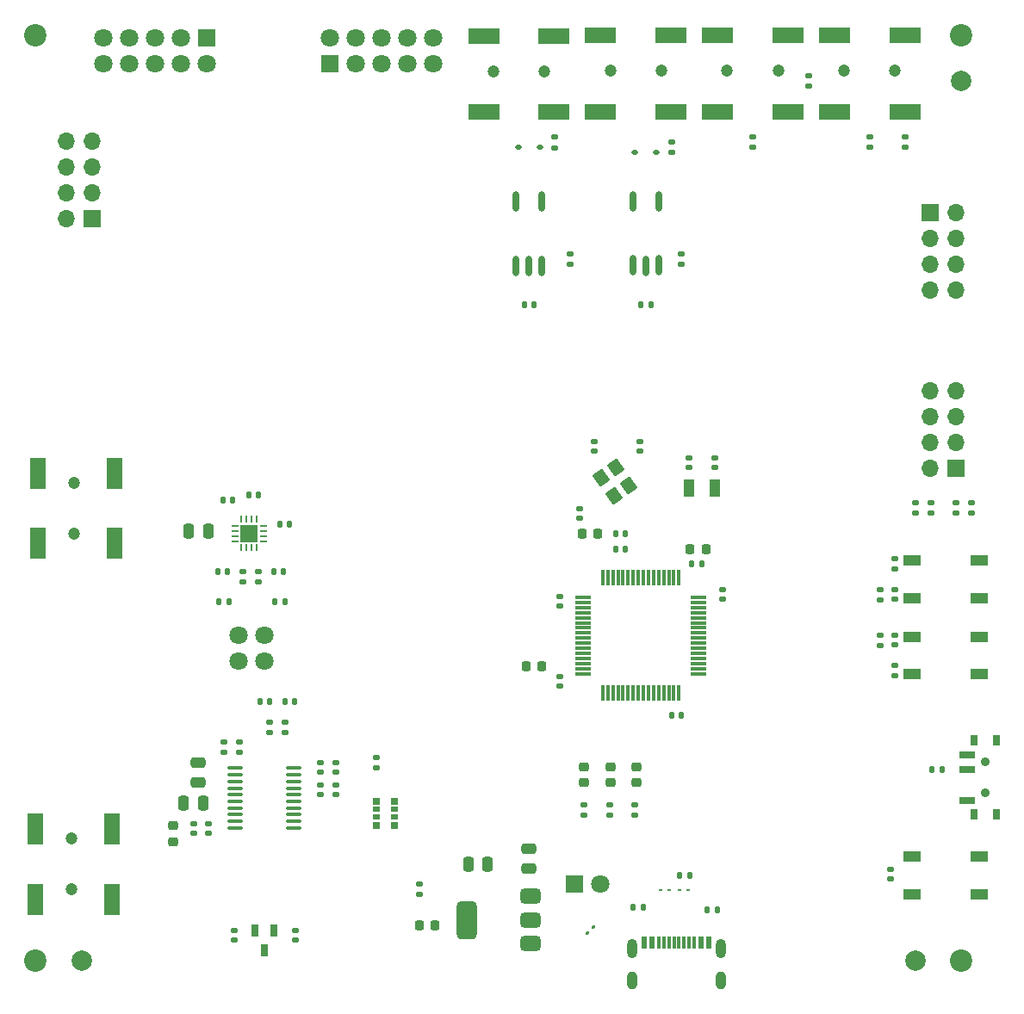
<source format=gts>
G04 #@! TF.GenerationSoftware,KiCad,Pcbnew,8.0.5*
G04 #@! TF.CreationDate,2024-12-21T22:20:06-05:00*
G04 #@! TF.ProjectId,stm-midi-poc1,73746d2d-6d69-4646-992d-706f63312e6b,1*
G04 #@! TF.SameCoordinates,Original*
G04 #@! TF.FileFunction,Soldermask,Top*
G04 #@! TF.FilePolarity,Negative*
%FSLAX46Y46*%
G04 Gerber Fmt 4.6, Leading zero omitted, Abs format (unit mm)*
G04 Created by KiCad (PCBNEW 8.0.5) date 2024-12-21 22:20:06*
%MOMM*%
%LPD*%
G01*
G04 APERTURE LIST*
G04 Aperture macros list*
%AMRoundRect*
0 Rectangle with rounded corners*
0 $1 Rounding radius*
0 $2 $3 $4 $5 $6 $7 $8 $9 X,Y pos of 4 corners*
0 Add a 4 corners polygon primitive as box body*
4,1,4,$2,$3,$4,$5,$6,$7,$8,$9,$2,$3,0*
0 Add four circle primitives for the rounded corners*
1,1,$1+$1,$2,$3*
1,1,$1+$1,$4,$5*
1,1,$1+$1,$6,$7*
1,1,$1+$1,$8,$9*
0 Add four rect primitives between the rounded corners*
20,1,$1+$1,$2,$3,$4,$5,0*
20,1,$1+$1,$4,$5,$6,$7,0*
20,1,$1+$1,$6,$7,$8,$9,0*
20,1,$1+$1,$8,$9,$2,$3,0*%
%AMRotRect*
0 Rectangle, with rotation*
0 The origin of the aperture is its center*
0 $1 length*
0 $2 width*
0 $3 Rotation angle, in degrees counterclockwise*
0 Add horizontal line*
21,1,$1,$2,0,0,$3*%
G04 Aperture macros list end*
%ADD10C,1.800000*%
%ADD11RoundRect,0.075000X-0.075000X0.700000X-0.075000X-0.700000X0.075000X-0.700000X0.075000X0.700000X0*%
%ADD12RoundRect,0.075000X-0.700000X0.075000X-0.700000X-0.075000X0.700000X-0.075000X0.700000X0.075000X0*%
%ADD13RoundRect,0.140000X0.170000X-0.140000X0.170000X0.140000X-0.170000X0.140000X-0.170000X-0.140000X0*%
%ADD14C,1.200000*%
%ADD15R,3.100000X1.500000*%
%ADD16RoundRect,0.225000X-0.250000X0.225000X-0.250000X-0.225000X0.250000X-0.225000X0.250000X0.225000X0*%
%ADD17RoundRect,0.135000X-0.185000X0.135000X-0.185000X-0.135000X0.185000X-0.135000X0.185000X0.135000X0*%
%ADD18RoundRect,0.140000X0.140000X0.170000X-0.140000X0.170000X-0.140000X-0.170000X0.140000X-0.170000X0*%
%ADD19R,1.700000X1.000000*%
%ADD20R,1.700000X1.700000*%
%ADD21O,1.700000X1.700000*%
%ADD22RoundRect,0.100000X-0.637500X-0.100000X0.637500X-0.100000X0.637500X0.100000X-0.637500X0.100000X0*%
%ADD23RoundRect,0.135000X0.185000X-0.135000X0.185000X0.135000X-0.185000X0.135000X-0.185000X-0.135000X0*%
%ADD24R,0.700000X1.250000*%
%ADD25RoundRect,0.140000X-0.140000X-0.170000X0.140000X-0.170000X0.140000X0.170000X-0.140000X0.170000X0*%
%ADD26RoundRect,0.140000X-0.170000X0.140000X-0.170000X-0.140000X0.170000X-0.140000X0.170000X0.140000X0*%
%ADD27RoundRect,0.062500X0.117500X0.062500X-0.117500X0.062500X-0.117500X-0.062500X0.117500X-0.062500X0*%
%ADD28RoundRect,0.250000X-0.250000X-0.475000X0.250000X-0.475000X0.250000X0.475000X-0.250000X0.475000X0*%
%ADD29RoundRect,0.218750X0.256250X-0.218750X0.256250X0.218750X-0.256250X0.218750X-0.256250X-0.218750X0*%
%ADD30RoundRect,0.218750X0.218750X0.256250X-0.218750X0.256250X-0.218750X-0.256250X0.218750X-0.256250X0*%
%ADD31RotRect,1.400000X1.200000X125.000000*%
%ADD32R,1.800000X1.800000*%
%ADD33R,1.000000X1.800000*%
%ADD34R,0.800000X1.000000*%
%ADD35C,0.900000*%
%ADD36R,1.500000X0.700000*%
%ADD37R,1.500000X3.100000*%
%ADD38RoundRect,0.225000X0.225000X0.250000X-0.225000X0.250000X-0.225000X-0.250000X0.225000X-0.250000X0*%
%ADD39R,0.280000X0.660000*%
%ADD40R,0.660000X0.280000*%
%ADD41R,1.750000X1.750000*%
%ADD42C,2.200000*%
%ADD43RoundRect,0.135000X0.135000X0.185000X-0.135000X0.185000X-0.135000X-0.185000X0.135000X-0.185000X0*%
%ADD44RoundRect,0.135000X-0.135000X-0.185000X0.135000X-0.185000X0.135000X0.185000X-0.135000X0.185000X0*%
%ADD45RoundRect,0.375000X0.625000X0.375000X-0.625000X0.375000X-0.625000X-0.375000X0.625000X-0.375000X0*%
%ADD46RoundRect,0.500000X0.500000X1.400000X-0.500000X1.400000X-0.500000X-1.400000X0.500000X-1.400000X0*%
%ADD47O,1.000000X1.900000*%
%ADD48O,1.000000X1.800000*%
%ADD49R,0.600000X1.150000*%
%ADD50R,0.300000X1.150000*%
%ADD51RoundRect,0.250000X0.475000X-0.250000X0.475000X0.250000X-0.475000X0.250000X-0.475000X-0.250000X0*%
%ADD52RoundRect,0.112500X0.187500X0.112500X-0.187500X0.112500X-0.187500X-0.112500X0.187500X-0.112500X0*%
%ADD53C,2.000000*%
%ADD54O,0.650000X2.000000*%
%ADD55RoundRect,0.250000X-0.475000X0.250000X-0.475000X-0.250000X0.475000X-0.250000X0.475000X0.250000X0*%
%ADD56RoundRect,0.250000X0.250000X0.475000X-0.250000X0.475000X-0.250000X-0.475000X0.250000X-0.475000X0*%
%ADD57RoundRect,0.225000X-0.225000X-0.250000X0.225000X-0.250000X0.225000X0.250000X-0.225000X0.250000X0*%
%ADD58RoundRect,0.062500X-0.117500X-0.062500X0.117500X-0.062500X0.117500X0.062500X-0.117500X0.062500X0*%
%ADD59R,0.800000X0.650000*%
%ADD60R,0.800000X0.500000*%
%ADD61RoundRect,0.218750X-0.218750X-0.256250X0.218750X-0.256250X0.218750X0.256250X-0.218750X0.256250X0*%
%ADD62RoundRect,0.062500X0.038891X0.127279X-0.127279X-0.038891X-0.038891X-0.127279X0.127279X0.038891X0*%
G04 APERTURE END LIST*
D10*
X131480000Y-102520000D03*
X131480000Y-99980000D03*
X134020000Y-102520000D03*
X134020000Y-99980000D03*
D11*
X174741181Y-94350976D03*
X174241181Y-94350976D03*
X173741181Y-94350976D03*
X173241181Y-94350976D03*
X172741181Y-94350976D03*
X172241181Y-94350976D03*
X171741181Y-94350976D03*
X171241181Y-94350976D03*
X170741181Y-94350976D03*
X170241181Y-94350976D03*
X169741181Y-94350976D03*
X169241181Y-94350976D03*
X168741181Y-94350976D03*
X168241181Y-94350976D03*
X167741181Y-94350976D03*
X167241181Y-94350976D03*
D12*
X165316181Y-96275976D03*
X165316181Y-96775976D03*
X165316181Y-97275976D03*
X165316181Y-97775976D03*
X165316181Y-98275976D03*
X165316181Y-98775976D03*
X165316181Y-99275976D03*
X165316181Y-99775976D03*
X165316181Y-100275976D03*
X165316181Y-100775976D03*
X165316181Y-101275976D03*
X165316181Y-101775976D03*
X165316181Y-102275976D03*
X165316181Y-102775976D03*
X165316181Y-103275976D03*
X165316181Y-103775976D03*
D11*
X167241181Y-105700976D03*
X167741181Y-105700976D03*
X168241181Y-105700976D03*
X168741181Y-105700976D03*
X169241181Y-105700976D03*
X169741181Y-105700976D03*
X170241181Y-105700976D03*
X170741181Y-105700976D03*
X171241181Y-105700976D03*
X171741181Y-105700976D03*
X172241181Y-105700976D03*
X172741181Y-105700976D03*
X173241181Y-105700976D03*
X173741181Y-105700976D03*
X174241181Y-105700976D03*
X174741181Y-105700976D03*
D12*
X176666181Y-103775976D03*
X176666181Y-103275976D03*
X176666181Y-102775976D03*
X176666181Y-102275976D03*
X176666181Y-101775976D03*
X176666181Y-101275976D03*
X176666181Y-100775976D03*
X176666181Y-100275976D03*
X176666181Y-99775976D03*
X176666181Y-99275976D03*
X176666181Y-98775976D03*
X176666181Y-98275976D03*
X176666181Y-97775976D03*
X176666181Y-97275976D03*
X176666181Y-96775976D03*
X176666181Y-96275976D03*
D13*
X175750000Y-83480000D03*
X175750000Y-82520000D03*
D14*
X167991181Y-44478476D03*
X172991181Y-44478476D03*
D15*
X167041181Y-48478476D03*
X167041181Y-40978476D03*
X173941181Y-40978476D03*
X173941181Y-48478476D03*
D13*
X163036385Y-97149799D03*
X163036385Y-96189799D03*
D16*
X125000000Y-118725000D03*
X125000000Y-120275000D03*
D17*
X196991181Y-50968472D03*
X196991181Y-51988472D03*
D18*
X134480000Y-106500000D03*
X133520000Y-106500000D03*
D19*
X204291181Y-103828476D03*
X197691181Y-103828476D03*
X204291181Y-100128476D03*
X197691181Y-100128476D03*
D20*
X199452646Y-58394637D03*
D21*
X201992646Y-58394637D03*
X199452646Y-60934637D03*
X201992646Y-60934637D03*
X199452646Y-63474637D03*
X201992646Y-63474637D03*
X199452646Y-66014637D03*
X201992646Y-66014637D03*
D18*
X171980000Y-67500000D03*
X171020000Y-67500000D03*
D22*
X131137500Y-113075000D03*
X131137500Y-113725000D03*
X131137500Y-114375000D03*
X131137500Y-115025000D03*
X131137500Y-115675000D03*
X131137500Y-116325000D03*
X131137500Y-116975000D03*
X131137500Y-117625000D03*
X131137500Y-118275000D03*
X131137500Y-118925000D03*
X136862500Y-118925000D03*
X136862500Y-118275000D03*
X136862500Y-117625000D03*
X136862500Y-116975000D03*
X136862500Y-116325000D03*
X136862500Y-115675000D03*
X136862500Y-115025000D03*
X136862500Y-114375000D03*
X136862500Y-113725000D03*
X136862500Y-113075000D03*
D23*
X203500000Y-88010000D03*
X203500000Y-86990000D03*
D24*
X134950000Y-129000000D03*
X133050000Y-129000000D03*
X134000000Y-131000000D03*
D25*
X136020000Y-106500000D03*
X136980000Y-106500000D03*
X168520000Y-91500000D03*
X169480000Y-91500000D03*
X168520000Y-90000000D03*
X169480000Y-90000000D03*
D26*
X139526545Y-114705054D03*
X139526545Y-115665054D03*
D27*
X172912313Y-125039289D03*
X173752313Y-125039289D03*
D28*
X154041181Y-122478476D03*
X155941181Y-122478476D03*
D26*
X195500000Y-123020000D03*
X195500000Y-123980000D03*
D18*
X130881181Y-86728476D03*
X129921181Y-86728476D03*
D29*
X170590006Y-114499994D03*
X170590006Y-112924994D03*
D23*
X134500000Y-109530000D03*
X134500000Y-108510000D03*
D30*
X166787500Y-90000000D03*
X165212500Y-90000000D03*
D31*
X169761869Y-85302133D03*
X168500000Y-83500000D03*
X167107443Y-84475081D03*
X168369312Y-86277214D03*
D32*
X128330000Y-41250000D03*
D10*
X128330000Y-43790000D03*
X125790000Y-41250000D03*
X125790000Y-43790000D03*
X123250000Y-41250000D03*
X123250000Y-43790000D03*
X120710000Y-41250000D03*
X120710000Y-43790000D03*
X118170000Y-41250000D03*
X118170000Y-43790000D03*
D33*
X178250000Y-85500000D03*
X175750000Y-85500000D03*
D17*
X145000000Y-111990000D03*
X145000000Y-113010000D03*
D26*
X139500000Y-112520000D03*
X139500000Y-113480000D03*
D13*
X131901181Y-94708476D03*
X131901181Y-93748476D03*
D34*
X203711181Y-117628476D03*
X205921181Y-117628476D03*
D35*
X204821181Y-115478476D03*
X204821181Y-112478476D03*
D34*
X203711181Y-110328476D03*
X205921181Y-110328476D03*
D36*
X203061181Y-116228476D03*
X203061181Y-113228476D03*
X203061181Y-111728476D03*
D26*
X128500000Y-118520000D03*
X128500000Y-119480000D03*
D13*
X170934656Y-81868607D03*
X170934656Y-80908607D03*
X178250000Y-83480000D03*
X178250000Y-82520000D03*
D18*
X135881181Y-93728476D03*
X134921181Y-93728476D03*
D14*
X114991181Y-125000000D03*
X114991181Y-120000000D03*
D37*
X118991181Y-125950000D03*
X111491181Y-125950000D03*
X111491181Y-119050000D03*
X118991181Y-119050000D03*
D38*
X161266181Y-103025976D03*
X159716181Y-103025976D03*
D39*
X131741181Y-91388476D03*
X132241181Y-91388476D03*
X132741181Y-91388476D03*
X133241181Y-91388476D03*
D40*
X133901181Y-90728476D03*
X133901181Y-90228476D03*
X133901181Y-89728476D03*
X133901181Y-89228476D03*
D39*
X133241181Y-88568476D03*
X132741181Y-88568476D03*
X132241181Y-88568476D03*
X131741181Y-88568476D03*
D40*
X131081181Y-89228476D03*
X131081181Y-89728476D03*
X131081181Y-90228476D03*
X131081181Y-90728476D03*
D41*
X132491181Y-89978476D03*
D42*
X202491181Y-131978476D03*
D23*
X187500000Y-46010000D03*
X187500000Y-44990000D03*
D17*
X170430006Y-116702494D03*
X170430006Y-117722494D03*
D43*
X136010000Y-96728476D03*
X134990000Y-96728476D03*
D17*
X198000000Y-86990000D03*
X198000000Y-88010000D03*
D23*
X194500000Y-100988476D03*
X194500000Y-99968476D03*
D14*
X115241181Y-90000000D03*
X115241181Y-85000000D03*
D37*
X119241181Y-90950000D03*
X111741181Y-90950000D03*
X111741181Y-84050000D03*
X119241181Y-84050000D03*
D23*
X136000000Y-109530000D03*
X136000000Y-108510000D03*
D18*
X174960000Y-107911823D03*
X174000000Y-107911823D03*
D44*
X171260000Y-126708964D03*
X170240000Y-126708964D03*
D19*
X197691181Y-92628476D03*
X204291181Y-92628476D03*
X197691181Y-96328476D03*
X204291181Y-96328476D03*
D45*
X160141181Y-130278476D03*
X160141181Y-127978476D03*
D46*
X153841181Y-127978476D03*
D45*
X160141181Y-125678476D03*
D26*
X196000000Y-99998476D03*
X196000000Y-100958476D03*
D20*
X202000000Y-83580000D03*
D21*
X199460000Y-83580000D03*
X202000000Y-81040000D03*
X199460000Y-81040000D03*
X202000000Y-78500000D03*
X199460000Y-78500000D03*
X202000000Y-75960000D03*
X199460000Y-75960000D03*
D26*
X141026545Y-114725054D03*
X141026545Y-115685054D03*
D47*
X170170000Y-130783476D03*
X178830000Y-130783476D03*
D48*
X178830000Y-133973476D03*
X170170000Y-133973476D03*
D49*
X171300000Y-130223476D03*
X172100000Y-130223476D03*
D50*
X173250000Y-130223476D03*
X174250000Y-130223476D03*
X174750000Y-130223476D03*
X175750000Y-130223476D03*
D49*
X177700000Y-130223476D03*
X176900000Y-130223476D03*
D50*
X176250000Y-130223476D03*
X175250000Y-130223476D03*
X173750000Y-130223476D03*
X172750000Y-130223476D03*
D25*
X176011181Y-93000000D03*
X176971181Y-93000000D03*
D51*
X159991181Y-122928476D03*
X159991181Y-121028476D03*
D18*
X160480000Y-67500000D03*
X159520000Y-67500000D03*
D13*
X130000000Y-111480000D03*
X130000000Y-110520000D03*
X131500000Y-111480000D03*
X131500000Y-110520000D03*
D32*
X164480000Y-124500000D03*
D10*
X167020000Y-124500000D03*
D17*
X196000000Y-102988476D03*
X196000000Y-104008476D03*
D32*
X140420000Y-43770000D03*
D10*
X140420000Y-41230000D03*
X142960000Y-43770000D03*
X142960000Y-41230000D03*
X145500000Y-43770000D03*
X145500000Y-41230000D03*
X148040000Y-43770000D03*
X148040000Y-41230000D03*
X150580000Y-43770000D03*
X150580000Y-41230000D03*
D42*
X111491179Y-131978478D03*
D23*
X202000000Y-88010000D03*
X202000000Y-86990000D03*
D14*
X190991181Y-44478472D03*
X195991181Y-44478472D03*
D15*
X190041181Y-48478472D03*
X190041181Y-40978472D03*
X196941181Y-40978472D03*
X196941181Y-48478472D03*
D13*
X166434656Y-81868607D03*
X166434656Y-80908607D03*
D26*
X141000000Y-112520000D03*
X141000000Y-113480000D03*
D52*
X161050000Y-52000000D03*
X158950000Y-52000000D03*
D17*
X194500000Y-95468476D03*
X194500000Y-96488476D03*
D53*
X202491181Y-45500000D03*
D25*
X135520000Y-89072263D03*
X136480000Y-89072263D03*
D23*
X164000000Y-63510000D03*
X164000000Y-62490000D03*
D28*
X126550000Y-89728476D03*
X128450000Y-89728476D03*
D54*
X161270000Y-57350000D03*
X158730000Y-57330000D03*
X158730000Y-63650000D03*
X160000000Y-63680000D03*
X161270000Y-63650000D03*
D44*
X129490000Y-96728476D03*
X130510000Y-96728476D03*
D26*
X178991181Y-95520000D03*
X178991181Y-96480000D03*
D18*
X133381181Y-86228476D03*
X132421181Y-86228476D03*
D44*
X174812381Y-123602739D03*
X175832381Y-123602739D03*
D17*
X167920006Y-116702494D03*
X167920006Y-117722494D03*
D13*
X196000000Y-96458476D03*
X196000000Y-95498476D03*
D43*
X178510000Y-127000000D03*
X177490000Y-127000000D03*
D17*
X162491181Y-51015976D03*
X162491181Y-52035976D03*
D20*
X117040000Y-59040000D03*
D21*
X114500000Y-59040000D03*
X117040000Y-56500000D03*
X114500000Y-56500000D03*
X117040000Y-53960000D03*
X114500000Y-53960000D03*
X117040000Y-51420000D03*
X114500000Y-51420000D03*
D54*
X172761181Y-57328476D03*
X170221181Y-57308476D03*
X170221181Y-63628476D03*
X171491181Y-63658476D03*
X172761181Y-63628476D03*
D14*
X156491181Y-44525976D03*
X161491181Y-44525976D03*
D15*
X155541181Y-48525976D03*
X155541181Y-41025976D03*
X162441181Y-41025976D03*
X162441181Y-48525976D03*
D13*
X137000000Y-129980000D03*
X137000000Y-129020000D03*
X133401181Y-94708476D03*
X133401181Y-93748476D03*
D55*
X127500000Y-112550000D03*
X127500000Y-114450000D03*
D17*
X199500000Y-86990000D03*
X199500000Y-88010000D03*
D26*
X127000000Y-118520000D03*
X127000000Y-119480000D03*
D13*
X165000000Y-88480000D03*
X165000000Y-87520000D03*
D23*
X196000000Y-93488476D03*
X196000000Y-92468476D03*
D56*
X127950000Y-116500000D03*
X126050000Y-116500000D03*
D26*
X131000000Y-129020000D03*
X131000000Y-129980000D03*
D57*
X175834375Y-91503996D03*
X177384375Y-91503996D03*
D14*
X179491181Y-44493096D03*
X184491181Y-44493096D03*
D15*
X178541181Y-48493096D03*
X178541181Y-40993096D03*
X185441181Y-40993096D03*
X185441181Y-48493096D03*
D17*
X165430006Y-116702494D03*
X165430006Y-117722494D03*
D29*
X168000006Y-114499994D03*
X168000006Y-112924994D03*
D42*
X202491181Y-40978476D03*
D58*
X175654331Y-125032299D03*
X174814331Y-125032299D03*
D59*
X146800000Y-118700000D03*
D60*
X146800000Y-117900000D03*
X146800000Y-117100000D03*
D59*
X146800000Y-116300000D03*
X145000000Y-116300000D03*
D60*
X145000000Y-117100000D03*
X145000000Y-117900000D03*
D59*
X145000000Y-118700000D03*
D52*
X172500000Y-52500000D03*
X170400000Y-52500000D03*
D42*
X111491181Y-40978476D03*
D23*
X175000000Y-63510000D03*
X175000000Y-62490000D03*
D29*
X165410006Y-114499994D03*
X165410006Y-112924994D03*
D17*
X193500000Y-50990000D03*
X193500000Y-52010000D03*
D19*
X197691181Y-121778476D03*
X204291181Y-121778476D03*
X197691181Y-125478476D03*
X204291181Y-125478476D03*
D25*
X129421181Y-93728476D03*
X130381181Y-93728476D03*
D17*
X182000000Y-50990000D03*
X182000000Y-52010000D03*
D13*
X163000000Y-104980000D03*
X163000000Y-104020000D03*
D53*
X198000000Y-132000000D03*
D44*
X199600834Y-113227220D03*
X200620834Y-113227220D03*
D23*
X149209778Y-125510000D03*
X149209778Y-124490000D03*
D61*
X149212500Y-128500000D03*
X150787500Y-128500000D03*
D17*
X173991181Y-51468476D03*
X173991181Y-52488476D03*
D62*
X165703015Y-129296985D03*
X166296985Y-128703015D03*
D53*
X116000000Y-131978478D03*
M02*

</source>
